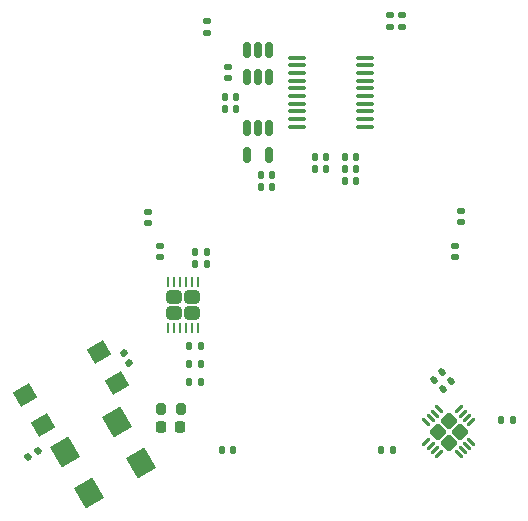
<source format=gtp>
%TF.GenerationSoftware,KiCad,Pcbnew,(6.0.8)*%
%TF.CreationDate,2023-11-01T21:59:58-07:00*%
%TF.ProjectId,OS3M_Mouse,4f53334d-5f4d-46f7-9573-652e6b696361,rev?*%
%TF.SameCoordinates,Original*%
%TF.FileFunction,Paste,Top*%
%TF.FilePolarity,Positive*%
%FSLAX46Y46*%
G04 Gerber Fmt 4.6, Leading zero omitted, Abs format (unit mm)*
G04 Created by KiCad (PCBNEW (6.0.8)) date 2023-11-01 21:59:58*
%MOMM*%
%LPD*%
G01*
G04 APERTURE LIST*
G04 Aperture macros list*
%AMRoundRect*
0 Rectangle with rounded corners*
0 $1 Rounding radius*
0 $2 $3 $4 $5 $6 $7 $8 $9 X,Y pos of 4 corners*
0 Add a 4 corners polygon primitive as box body*
4,1,4,$2,$3,$4,$5,$6,$7,$8,$9,$2,$3,0*
0 Add four circle primitives for the rounded corners*
1,1,$1+$1,$2,$3*
1,1,$1+$1,$4,$5*
1,1,$1+$1,$6,$7*
1,1,$1+$1,$8,$9*
0 Add four rect primitives between the rounded corners*
20,1,$1+$1,$2,$3,$4,$5,0*
20,1,$1+$1,$4,$5,$6,$7,0*
20,1,$1+$1,$6,$7,$8,$9,0*
20,1,$1+$1,$8,$9,$2,$3,0*%
%AMRotRect*
0 Rectangle, with rotation*
0 The origin of the aperture is its center*
0 $1 length*
0 $2 width*
0 $3 Rotation angle, in degrees counterclockwise*
0 Add horizontal line*
21,1,$1,$2,0,0,$3*%
G04 Aperture macros list end*
%ADD10RoundRect,0.140000X-0.140000X-0.170000X0.140000X-0.170000X0.140000X0.170000X-0.140000X0.170000X0*%
%ADD11RoundRect,0.140000X0.140000X0.170000X-0.140000X0.170000X-0.140000X-0.170000X0.140000X-0.170000X0*%
%ADD12RoundRect,0.218750X0.218750X0.256250X-0.218750X0.256250X-0.218750X-0.256250X0.218750X-0.256250X0*%
%ADD13RotRect,1.800000X2.000000X30.000000*%
%ADD14RoundRect,0.150000X-0.150000X0.512500X-0.150000X-0.512500X0.150000X-0.512500X0.150000X0.512500X0*%
%ADD15RoundRect,0.140000X-0.021213X0.219203X-0.219203X0.021213X0.021213X-0.219203X0.219203X-0.021213X0*%
%ADD16RoundRect,0.135000X0.135000X0.185000X-0.135000X0.185000X-0.135000X-0.185000X0.135000X-0.185000X0*%
%ADD17RoundRect,0.250000X0.400000X-0.315000X0.400000X0.315000X-0.400000X0.315000X-0.400000X-0.315000X0*%
%ADD18RoundRect,0.062500X0.062500X-0.375000X0.062500X0.375000X-0.062500X0.375000X-0.062500X-0.375000X0*%
%ADD19RoundRect,0.100000X0.637500X0.100000X-0.637500X0.100000X-0.637500X-0.100000X0.637500X-0.100000X0*%
%ADD20RoundRect,0.135000X0.185000X-0.135000X0.185000X0.135000X-0.185000X0.135000X-0.185000X-0.135000X0*%
%ADD21RoundRect,0.140000X-0.217224X0.036244X-0.077224X-0.206244X0.217224X-0.036244X0.077224X0.206244X0*%
%ADD22RoundRect,0.140000X-0.036244X-0.217224X0.206244X-0.077224X0.036244X0.217224X-0.206244X0.077224X0*%
%ADD23RoundRect,0.135000X-0.185000X0.135000X-0.185000X-0.135000X0.185000X-0.135000X0.185000X0.135000X0*%
%ADD24RoundRect,0.140000X0.170000X-0.140000X0.170000X0.140000X-0.170000X0.140000X-0.170000X-0.140000X0*%
%ADD25RoundRect,0.200000X0.200000X0.275000X-0.200000X0.275000X-0.200000X-0.275000X0.200000X-0.275000X0*%
%ADD26RoundRect,0.140000X-0.170000X0.140000X-0.170000X-0.140000X0.170000X-0.140000X0.170000X0.140000X0*%
%ADD27RoundRect,0.135000X-0.135000X-0.185000X0.135000X-0.185000X0.135000X0.185000X-0.135000X0.185000X0*%
%ADD28RoundRect,0.250000X0.445477X0.000000X0.000000X0.445477X-0.445477X0.000000X0.000000X-0.445477X0*%
%ADD29RoundRect,0.062500X0.309359X-0.220971X-0.220971X0.309359X-0.309359X0.220971X0.220971X-0.309359X0*%
%ADD30RoundRect,0.062500X0.309359X0.220971X0.220971X0.309359X-0.309359X-0.220971X-0.220971X-0.309359X0*%
%ADD31RotRect,1.600000X1.400000X210.000000*%
G04 APERTURE END LIST*
D10*
%TO.C,C15*%
X145824000Y-83058000D03*
X146784000Y-83058000D03*
%TD*%
D11*
%TO.C,C11*%
X144244000Y-83058000D03*
X143284000Y-83058000D03*
%TD*%
D12*
%TO.C,D1*%
X131851500Y-105918000D03*
X130276500Y-105918000D03*
%TD*%
D13*
%TO.C,X1*%
X124100295Y-111502051D03*
X128499705Y-108962051D03*
X126499705Y-105497949D03*
X122100295Y-108037949D03*
%TD*%
D11*
%TO.C,C2*%
X136624000Y-78994000D03*
X135664000Y-78994000D03*
%TD*%
%TO.C,C18*%
X134089844Y-91100000D03*
X133129844Y-91100000D03*
%TD*%
D14*
%TO.C,U5*%
X139380000Y-74046500D03*
X138430000Y-74046500D03*
X137480000Y-74046500D03*
X137480000Y-76321500D03*
X138430000Y-76321500D03*
X139380000Y-76321500D03*
%TD*%
D15*
%TO.C,C5*%
X154009411Y-101260589D03*
X153330589Y-101939411D03*
%TD*%
D16*
%TO.C,R3*%
X133619844Y-100600000D03*
X132599844Y-100600000D03*
%TD*%
D11*
%TO.C,C17*%
X134089844Y-92100000D03*
X133129844Y-92100000D03*
%TD*%
D17*
%TO.C,U4*%
X132859844Y-96250000D03*
X132859844Y-94950000D03*
X131359844Y-96250000D03*
X131359844Y-94950000D03*
D18*
X130859844Y-97537500D03*
X131359844Y-97537500D03*
X131859844Y-97537500D03*
X132359844Y-97537500D03*
X132859844Y-97537500D03*
X133359844Y-97537500D03*
X133359844Y-93662500D03*
X132859844Y-93662500D03*
X132359844Y-93662500D03*
X131859844Y-93662500D03*
X131359844Y-93662500D03*
X130859844Y-93662500D03*
%TD*%
D14*
%TO.C,U1*%
X139380000Y-80650500D03*
X138430000Y-80650500D03*
X137480000Y-80650500D03*
X137480000Y-82925500D03*
X139380000Y-82925500D03*
%TD*%
D19*
%TO.C,U3*%
X147472500Y-80525000D03*
X147472500Y-79875000D03*
X147472500Y-79225000D03*
X147472500Y-78575000D03*
X147472500Y-77925000D03*
X147472500Y-77275000D03*
X147472500Y-76625000D03*
X147472500Y-75975000D03*
X147472500Y-75325000D03*
X147472500Y-74675000D03*
X141747500Y-74675000D03*
X141747500Y-75325000D03*
X141747500Y-75975000D03*
X141747500Y-76625000D03*
X141747500Y-77275000D03*
X141747500Y-77925000D03*
X141747500Y-78575000D03*
X141747500Y-79225000D03*
X141747500Y-79875000D03*
X141747500Y-80525000D03*
%TD*%
D10*
%TO.C,C14*%
X145824000Y-84074000D03*
X146784000Y-84074000D03*
%TD*%
%TO.C,C3*%
X138712000Y-84582000D03*
X139672000Y-84582000D03*
%TD*%
D20*
%TO.C,R7*%
X150609844Y-72100000D03*
X150609844Y-71080000D03*
%TD*%
D11*
%TO.C,C1*%
X136624000Y-77978000D03*
X135664000Y-77978000D03*
%TD*%
D21*
%TO.C,C16*%
X127060000Y-99684308D03*
X127540000Y-100515692D03*
%TD*%
D20*
%TO.C,R6*%
X149609844Y-72110000D03*
X149609844Y-71090000D03*
%TD*%
D15*
%TO.C,C6*%
X154771411Y-102022589D03*
X154092589Y-102701411D03*
%TD*%
D16*
%TO.C,R4*%
X133619844Y-102100000D03*
X132599844Y-102100000D03*
%TD*%
D22*
%TO.C,C22*%
X118964308Y-108444000D03*
X119795692Y-107964000D03*
%TD*%
D23*
%TO.C,R8*%
X134109844Y-71590000D03*
X134109844Y-72610000D03*
%TD*%
D11*
%TO.C,C12*%
X144244000Y-84074000D03*
X143284000Y-84074000D03*
%TD*%
D10*
%TO.C,C13*%
X145824000Y-85090000D03*
X146784000Y-85090000D03*
%TD*%
D24*
%TO.C,C8*%
X155609844Y-88580000D03*
X155609844Y-87620000D03*
%TD*%
D25*
%TO.C,R1*%
X131889000Y-104394000D03*
X130239000Y-104394000D03*
%TD*%
D26*
%TO.C,C20*%
X130109844Y-90620000D03*
X130109844Y-91580000D03*
%TD*%
D24*
%TO.C,C21*%
X135890000Y-76426000D03*
X135890000Y-75466000D03*
%TD*%
D27*
%TO.C,R5*%
X132599844Y-99100000D03*
X133619844Y-99100000D03*
%TD*%
D10*
%TO.C,C10*%
X148879844Y-107850000D03*
X149839844Y-107850000D03*
%TD*%
D28*
%TO.C,U2*%
X155529083Y-106350000D03*
X153690605Y-106350000D03*
X154609844Y-105430761D03*
X154609844Y-107269239D03*
D29*
X155449533Y-108250349D03*
X155803087Y-107896796D03*
X156156640Y-107543243D03*
X156510193Y-107189689D03*
D30*
X156510193Y-105510311D03*
X156156640Y-105156757D03*
X155803087Y-104803204D03*
X155449533Y-104449651D03*
D29*
X153770155Y-104449651D03*
X153416601Y-104803204D03*
X153063048Y-105156757D03*
X152709495Y-105510311D03*
D30*
X152709495Y-107189689D03*
X153063048Y-107543243D03*
X153416601Y-107896796D03*
X153770155Y-108250349D03*
%TD*%
D24*
%TO.C,C7*%
X155109844Y-91580000D03*
X155109844Y-90620000D03*
%TD*%
D10*
%TO.C,C4*%
X138712000Y-85598000D03*
X139672000Y-85598000D03*
%TD*%
D26*
%TO.C,C19*%
X129109844Y-87720000D03*
X129109844Y-88680000D03*
%TD*%
D16*
%TO.C,R2*%
X160022000Y-105350000D03*
X159002000Y-105350000D03*
%TD*%
D31*
%TO.C,SW1*%
X120232309Y-105799038D03*
X126467691Y-102199038D03*
X118732309Y-103200962D03*
X124967691Y-99600962D03*
%TD*%
D10*
%TO.C,C9*%
X135379844Y-107850000D03*
X136339844Y-107850000D03*
%TD*%
M02*

</source>
